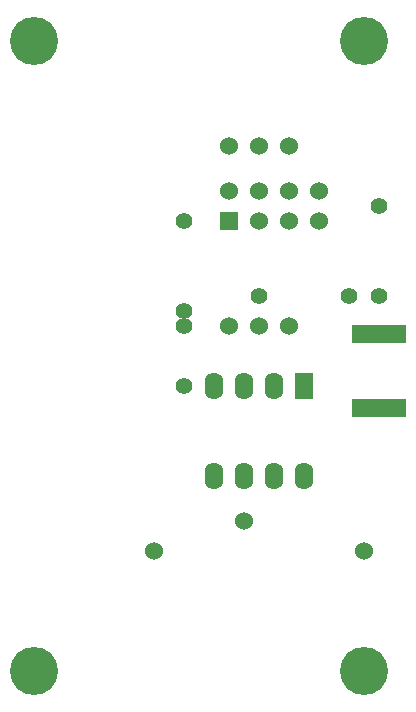
<source format=gtl>
G04 (created by PCBNEW (2013-may-18)-stable) date Tue 08 Apr 2014 09:22:13 AM MDT*
%MOIN*%
G04 Gerber Fmt 3.4, Leading zero omitted, Abs format*
%FSLAX34Y34*%
G01*
G70*
G90*
G04 APERTURE LIST*
%ADD10C,0.00590551*%
%ADD11R,0.18X0.06*%
%ADD12C,0.06*%
%ADD13C,0.055*%
%ADD14R,0.06X0.06*%
%ADD15R,0.062X0.09*%
%ADD16O,0.062X0.09*%
%ADD17C,0.16*%
G04 APERTURE END LIST*
G54D10*
G54D11*
X8005Y1746D03*
X8005Y-744D03*
G54D12*
X5000Y8000D03*
X4000Y8000D03*
X3000Y8000D03*
X5000Y2000D03*
X4000Y2000D03*
X3000Y2000D03*
G54D13*
X8000Y3000D03*
X8000Y6000D03*
X4000Y3000D03*
X7000Y3000D03*
X1500Y5500D03*
X1500Y2500D03*
G54D14*
X3000Y5500D03*
G54D12*
X3000Y6500D03*
X4000Y5500D03*
X4000Y6500D03*
X5000Y5500D03*
X5000Y6500D03*
X6000Y5500D03*
X6000Y6500D03*
G54D15*
X5500Y0D03*
G54D16*
X4500Y0D03*
X3500Y0D03*
X2500Y0D03*
X2500Y-3000D03*
X3500Y-3000D03*
X4500Y-3000D03*
X5500Y-3000D03*
G54D13*
X1500Y0D03*
X1500Y2000D03*
G54D12*
X3500Y-4500D03*
X500Y-5500D03*
X7500Y-5500D03*
G54D17*
X7500Y11500D03*
X-3500Y11500D03*
X-3500Y-9500D03*
X7500Y-9500D03*
M02*

</source>
